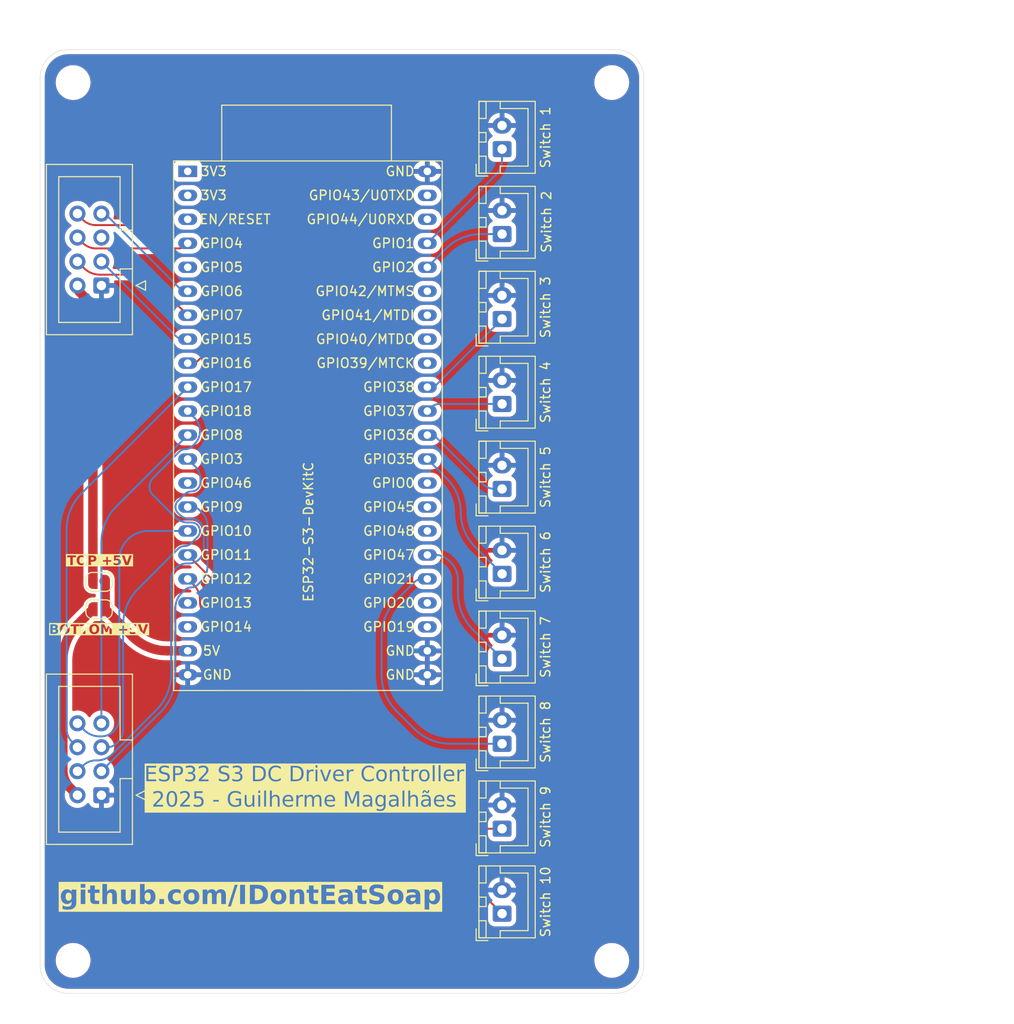
<source format=kicad_pcb>
(kicad_pcb (version 20240108) (generator "pcbnew") (generator_version "8.0")
  (layers (0 "F.Cu" signal) (31 "B.Cu" signal) (34 "B.Paste" user) (35 "F.Paste" user) (36 "B.SilkS" user "B.Silkscreen") (37 "F.SilkS" user "F.Silkscreen") (38 "B.Mask" user) (39 "F.Mask" user) (44 "Edge.Cuts" user))
  (net 0 "")
  (net 1 "GND")
  (net 2 "+5V")
  (net 3 "Controller 1 +5v")
  (net 4 "Controller 2 +5v")
  (net 5 "Switch 1")
  (net 6 "Switch 2")
  (net 7 "Switch 3")
  (net 8 "Controller 1 a")
  (net 9 "Controller 1 b")
  (net 10 "Controller 1 A")
  (net 11 "Controller 1 B")
  (net 12 "Controller 1 B PWM")
  (net 13 "Controller 1 A PWM")
  (net 14 "Controller 2 A PWM")
  (net 15 "Controller 2 B PWM")
  (net 16 "Controller 2 b")
  (net 17 "Controller 2 a")
  (net 18 "Controller 2 A")
  (net 19 "Controller 2 B")
  (net 20 "Switch 8")
  (net 21 "Switch 4")
  (net 22 "Switch 10")
  (net 23 "Switch 7")
  (net 24 "Switch 9")
  (net 25 "Switch 6")
  (net 26 "Switch 5")
  (net 27 "RGB LED")
  (net 40 "Net-(U1-3V3-Pad1)")
  (footprint "Connector_JST:JST_XH_B2B-XH-A_1x02_P2.50mm_Vertical" (layer "F.Cu") (at 98.975 114.55 90)
    (property "Reference" "J7" (hide yes))
    (property "Value" "Switch 7" (at 1.25 4.6 90) (layer "F.SilkS"))
    (pad "1" thru_hole roundrect (at 0 0 90) (size 1.7 2) (drill 1) (layers "*.Cu" "*.Mask") (roundrect_rratio 0.147059) (net 23 "Switch 7"))
    (pad "2" thru_hole oval (at 2.5 0 90) (size 1.7 2) (drill 1) (layers "*.Cu" "*.Mask") (net 1 "GND"))
  )
  (footprint "Connector_JST:JST_XH_B2B-XH-A_1x02_P2.50mm_Vertical" (layer "F.Cu") (at 98.975 60.55 90)
    (property "Reference" "J1" (hide yes))
    (property "Value" "Switch 1" (at 1.25 4.6 90) (layer "F.SilkS"))
    (pad "1" thru_hole roundrect (at 0 0 90) (size 1.7 2) (drill 1) (layers "*.Cu" "*.Mask") (roundrect_rratio 0.147059) (net 5 "Switch 1"))
    (pad "2" thru_hole oval (at 2.5 0 90) (size 1.7 2) (drill 1) (layers "*.Cu" "*.Mask") (net 1 "GND"))
  )
  (footprint "Connector_JST:JST_XH_B2B-XH-A_1x02_P2.50mm_Vertical" (layer "F.Cu") (at 98.975 87.55 90)
    (property "Reference" "J4" (hide yes))
    (property "Value" "Switch 4" (at 1.25 4.6 90) (layer "F.SilkS"))
    (pad "1" thru_hole roundrect (at 0 0 90) (size 1.7 2) (drill 1) (layers "*.Cu" "*.Mask") (roundrect_rratio 0.147059) (net 21 "Switch 4"))
    (pad "2" thru_hole oval (at 2.5 0 90) (size 1.7 2) (drill 1) (layers "*.Cu" "*.Mask") (net 1 "GND"))
  )
  (footprint "MountingHole:MountingHole_3.2mm_M3" (layer "F.Cu") (at 53.5 53.5)
    (property "Reference" "h1" (hide yes))
    (property "Value" "MountingHole_3.2mm_M3" (hide yes))
    (pad "" np_thru_hole circle (at 0 0) (size 3.2 3.2) (drill 3.2) (layers "*.Cu" "*.Mask"))
  )
  (footprint "Connector_JST:JST_XH_B2B-XH-A_1x02_P2.50mm_Vertical" (layer "F.Cu") (at 98.975 96.55 90)
    (property "Reference" "J5" (hide yes))
    (property "Value" "Switch 5" (at 1.25 4.6 90) (layer "F.SilkS"))
    (pad "1" thru_hole roundrect (at 0 0 90) (size 1.7 2) (drill 1) (layers "*.Cu" "*.Mask") (roundrect_rratio 0.147059) (net 26 "Switch 5"))
    (pad "2" thru_hole oval (at 2.5 0 90) (size 1.7 2) (drill 1) (layers "*.Cu" "*.Mask") (net 1 "GND"))
  )
  (footprint "Connector_JST:JST_XH_B2B-XH-A_1x02_P2.50mm_Vertical" (layer "F.Cu") (at 98.975 132.55 90)
    (property "Reference" "J9" (hide yes))
    (property "Value" "Switch 9" (at 1.25 4.6 90) (layer "F.SilkS"))
    (pad "1" thru_hole roundrect (at 0 0 90) (size 1.7 2) (drill 1) (layers "*.Cu" "*.Mask") (roundrect_rratio 0.147059) (net 24 "Switch 9"))
    (pad "2" thru_hole oval (at 2.5 0 90) (size 1.7 2) (drill 1) (layers "*.Cu" "*.Mask") (net 1 "GND"))
  )
  (footprint "Connector_JST:JST_XH_B2B-XH-A_1x02_P2.50mm_Vertical" (layer "F.Cu") (at 98.975 123.55 90)
    (property "Reference" "J8" (hide yes))
    (property "Value" "Switch 8" (at 1.25 4.6 90) (layer "F.SilkS"))
    (pad "1" thru_hole roundrect (at 0 0 90) (size 1.7 2) (drill 1) (layers "*.Cu" "*.Mask") (roundrect_rratio 0.147059) (net 20 "Switch 8"))
    (pad "2" thru_hole oval (at 2.5 0 90) (size 1.7 2) (drill 1) (layers "*.Cu" "*.Mask") (net 1 "GND"))
  )
  (footprint "Jumper:SolderJumper-2_P1.3mm_Open_RoundedPad1.0x1.5mm" (layer "F.Cu") (at 56.25 109.3)
    (property "Reference" "JP3" (hide yes))
    (property "Value" "Use Controller 2 +5v" (hide yes))
    (pad "1" smd custom (at -0.65 0) (size 1 0.5) (layers "F.Cu" "F.Mask") (net 4 "Controller 2 +5v") (options (clearance outline) (anchor rect)) (primitives (gr_circle (center 0 0.25) (end 0.5 0.25) (width 0) (fill yes)) (gr_circle (center 0 -0.25) (end 0.5 -0.25) (width 0) (fill yes)) (gr_poly (pts (xy 0.5 0.75) (xy 0 0.75) (xy 0 -0.75) (xy 0.5 -0.75)) (width 0) (fill yes))))
    (pad "2" smd custom (at 0.65 0) (size 1 0.5) (layers "F.Cu" "F.Mask") (net 2 "+5V") (options (clearance outline) (anchor rect)) (primitives (gr_circle (center 0 0.25) (end 0.5 0.25) (width 0) (fill yes)) (gr_circle (center 0 -0.25) (end 0.5 -0.25) (width 0) (fill yes)) (gr_poly (pts (xy 0 0.75) (xy -0.5 0.75) (xy -0.5 -0.75) (xy 0 -0.75)) (width 0) (fill yes))))
  )
  (footprint "Connector_JST:JST_XH_B2B-XH-A_1x02_P2.50mm_Vertical" (layer "F.Cu") (at 98.975 78.55 90)
    (property "Reference" "J3" (hide yes))
    (property "Value" "Switch 3" (at 1.25 4.6 90) (layer "F.SilkS"))
    (pad "1" thru_hole roundrect (at 0 0 90) (size 1.7 2) (drill 1) (layers "*.Cu" "*.Mask") (roundrect_rratio 0.147059) (net 7 "Switch 3"))
    (pad "2" thru_hole oval (at 2.5 0 90) (size 1.7 2) (drill 1) (layers "*.Cu" "*.Mask") (net 1 "GND"))
  )
  (footprint "MountingHole:MountingHole_3.2mm_M3" (layer "F.Cu") (at 110.6 53.5)
    (property "Reference" "h2" (hide yes))
    (property "Value" "MountingHole_3.2mm_M3" (hide yes))
    (pad "" np_thru_hole circle (at 0 0) (size 3.2 3.2) (drill 3.2) (layers "*.Cu" "*.Mask"))
  )
  (footprint "Connector_IDC:IDC-Header_2x04_P2.54mm_Vertical" (layer "F.Cu") (at 56.5 75 180)
    (property "Reference" "J21" (hide yes))
    (property "Value" "Controller 1 Connector" (hide yes))
    (pad "1" thru_hole roundrect (at 0 0 180) (size 1.7 1.7) (drill 1) (layers "*.Cu" "*.Mask") (roundrect_rratio 0.147059) (net 1 "GND"))
    (pad "2" thru_hole circle (at 2.54 0 180) (size 1.7 1.7) (drill 1) (layers "*.Cu" "*.Mask") (net 3 "Controller 1 +5v"))
    (pad "3" thru_hole circle (at 0 2.54 180) (size 1.7 1.7) (drill 1) (layers "*.Cu" "*.Mask") (net 9 "Controller 1 b"))
    (pad "4" thru_hole circle (at 2.54 2.54 180) (size 1.7 1.7) (drill 1) (layers "*.Cu" "*.Mask") (net 11 "Controller 1 B"))
    (pad "5" thru_hole circle (at 0 5.08 180) (size 1.7 1.7) (drill 1) (layers "*.Cu" "*.Mask") (net 8 "Controller 1 a"))
    (pad "6" thru_hole circle (at 2.54 5.08 180) (size 1.7 1.7) (drill 1) (layers "*.Cu" "*.Mask") (net 10 "Controller 1 A"))
    (pad "7" thru_hole circle (at 0 7.62 180) (size 1.7 1.7) (drill 1) (layers "*.Cu" "*.Mask") (net 13 "Controller 1 A PWM"))
    (pad "8" thru_hole circle (at 2.54 7.62 180) (size 1.7 1.7) (drill 1) (layers "*.Cu" "*.Mask") (net 12 "Controller 1 B PWM"))
  )
  (footprint "Connector_IDC:IDC-Header_2x04_P2.54mm_Vertical" (layer "F.Cu") (at 56.5 129 180)
    (property "Reference" "J22" (hide yes))
    (property "Value" "Controller 2 Connector" (hide yes))
    (pad "1" thru_hole roundrect (at 0 0 180) (size 1.7 1.7) (drill 1) (layers "*.Cu" "*.Mask") (roundrect_rratio 0.147059) (net 1 "GND"))
    (pad "2" thru_hole circle (at 2.54 0 180) (size 1.7 1.7) (drill 1) (layers "*.Cu" "*.Mask") (net 4 "Controller 2 +5v"))
    (pad "3" thru_hole circle (at 0 2.54 180) (size 1.7 1.7) (drill 1) (layers "*.Cu" "*.Mask") (net 16 "Controller 2 b"))
    (pad "4" thru_hole circle (at 2.54 2.54 180) (size 1.7 1.7) (drill 1) (layers "*.Cu" "*.Mask") (net 19 "Controller 2 B"))
    (pad "5" thru_hole circle (at 0 5.08 180) (size 1.7 1.7) (drill 1) (layers "*.Cu" "*.Mask") (net 17 "Controller 2 a"))
    (pad "6" thru_hole circle (at 2.54 5.08 180) (size 1.7 1.7) (drill 1) (layers "*.Cu" "*.Mask") (net 18 "Controller 2 A"))
    (pad "7" thru_hole circle (at 0 7.62 180) (size 1.7 1.7) (drill 1) (layers "*.Cu" "*.Mask") (net 14 "Controller 2 A PWM"))
    (pad "8" thru_hole circle (at 2.54 7.62 180) (size 1.7 1.7) (drill 1) (layers "*.Cu" "*.Mask") (net 15 "Controller 2 B PWM"))
  )
  (footprint "Explorer:ESP32-S3-DevKitC AliExpress" (layer "F.Cu") (at 65.65 62.90474)
    (property "Reference" "U1" (hide yes))
    (property "Value" "ESP32-S3-DevKitC" (at 12.8 38.2 90) (layer "F.SilkS"))
    (fp_text user "GPIO47" (at 24.13 40.64 0) (layer "F.SilkS") (effects (justify right)))
    (fp_text user "GPIO14" (at 1.27 48.26 0) (layer "F.SilkS") (effects (justify left)))
    (fp_text user "GPIO10" (at 1.27 38.1 0) (layer "F.SilkS") (effects (justify left)))
    (fp_text user "GPIO0" (at 24.13 33.02 0) (layer "F.SilkS") (effects (justify right)))
    (fp_text user "3V3" (at 1.27 0 0) (layer "F.SilkS") (effects (justify left)))
    (fp_text user "GND" (at 1.52032 53.33728 0) (layer "F.SilkS") (effects (justify left)))
    (fp_text user "GPIO48" (at 24.13 38.1 0) (layer "F.SilkS") (effects (justify right)))
    (fp_text user "GPIO11" (at 1.27 40.64 0) (layer "F.SilkS") (effects (justify left)))
    (fp_text user "GPIO9" (at 1.27 35.56 0) (layer "F.SilkS") (effects (justify left)))
    (fp_text user "GPIO36" (at 24.13 27.94 0) (layer "F.SilkS") (effects (justify right)))
    (fp_text user "GPIO1" (at 24.13 7.62 0) (layer "F.SilkS") (effects (justify right)))
    (fp_text user "GPIO18" (at 1.27 25.4 0) (layer "F.SilkS") (effects (justify left)))
    (fp_text user "GND" (at 24.13 0 0) (layer "F.SilkS") (effects (justify right)))
    (fp_text user "GPIO5" (at 1.27 10.16 0) (layer "F.SilkS") (effects (justify left)))
    (fp_text user "GPIO42/MTMS" (at 24.13 12.7 0) (layer "F.SilkS") (effects (justify right)))
    (fp_text user "GPIO39/MTCK" (at 24.13 20.32 0) (layer "F.SilkS") (effects (justify right)))
    (fp_text user "GPIO7" (at 1.27 15.24 0) (layer "F.SilkS") (effects (justify left)))
    (fp_text user "GPIO6" (at 1.27 12.7 0) (layer "F.SilkS") (effects (justify left)))
    (fp_text user "GPIO40/MTDO" (at 24.13 17.78 0) (layer "F.SilkS") (effects (justify right)))
    (fp_text user "GPIO16" (at 1.27 20.32 0) (layer "F.SilkS") (effects (justify left)))
    (fp_text user "GPIO20" (at 24.13 45.72 0) (layer "F.SilkS") (effects (justify right)))
    (fp_text user "GPIO37" (at 24.13 25.4 0) (layer "F.SilkS") (effects (justify right)))
    (fp_text user "GPIO19" (at 24.13 48.26 0) (layer "F.SilkS") (effects (justify right)))
    (fp_text user "GPIO38" (at 24.13 22.86 0) (layer "F.SilkS") (effects (justify right)))
    (fp_text user "GPIO8" (at 1.27 27.94 0) (layer "F.SilkS") (effects (justify left)))
    (fp_text user "GPIO4" (at 1.27 7.62 0) (layer "F.SilkS") (effects (justify left)))
    (fp_text user "GPIO17" (at 1.27 22.86 0) (layer "F.SilkS") (effects (justify left)))
    (fp_text user "GND" (at 24.13 53.34 0) (layer "F.SilkS") (effects (justify right)))
    (fp_text user "GPIO35" (at 24.13 30.48 0) (layer "F.SilkS") (effects (justify right)))
    (fp_text user "EN/RESET" (at 8.88632 5.07728 0) (layer "F.SilkS") (effects (justify right)))
    (fp_text user "GPIO43/U0TXD" (at 24.13 2.54 0) (layer "F.SilkS") (effects (justify right)))
    (fp_text user "GPIO21" (at 24.13 43.18 0) (layer "F.SilkS") (effects (justify right)))
    (fp_text user "GPIO13" (at 1.27 45.72 0) (layer "F.SilkS") (effects (justify left)))
    (fp_text user "GPIO2" (at 24.13 10.16 0) (layer "F.SilkS") (effects (justify right)))
    (fp_text user "GPIO3" (at 1.27 30.48 0) (layer "F.SilkS") (effects (justify left)))
    (fp_text user "GPIO45" (at 24.13 35.56 0) (layer "F.SilkS") (effects (justify right)))
    (fp_text user "GPIO41/MTDI" (at 24.13 15.24 0) (layer "F.SilkS") (effects (justify right)))
    (fp_text user "3V3" (at 1.27 2.54 0) (layer "F.SilkS") (effects (justify left)))
    (fp_text user "GPIO46" (at 1.27 33.02 0) (layer "F.SilkS") (effects (justify left)))
    (fp_text user "GPIO15" (at 1.27 17.78 0) (layer "F.SilkS") (effects (justify left)))
    (fp_text user "5V" (at 1.52032 50.79728 0) (layer "F.SilkS") (effects (justify left)))
    (fp_text user "GPIO44/U0RXD" (at 24.13 5.08 0) (layer "F.SilkS") (effects (justify right)))
    (fp_text user "GND" (at 24.13 50.8 0) (layer "F.SilkS") (effects (justify right)))
    (fp_text user "GPIO12" (at 1.27 43.18 0) (layer "F.SilkS") (effects (justify left)))
    (pad "1" thru_hole rect (at 0 0 270) (size 1.2 2) (drill 0.8) (layers "*.Cu" "*.Mask") (net 40 "Net-(U1-3V3-Pad1)"))
    (pad "2" thru_hole oval (at 0 2.54 270) (size 1.2 2) (drill 0.8) (layers "*.Cu" "*.Mask") (net 40 "Net-(U1-3V3-Pad1)"))
    (pad "3" thru_hole oval (at 0 5.08 270) (size 1.2 2) (drill 0.8) (layers "*.Cu" "*.Mask"))
    (pad "4" thru_hole oval (at 0 7.62 270) (size 1.2 2) (drill 0.8) (layers "*.Cu" "*.Mask") (net 10 "Controller 1 A"))
    (pad "5" thru_hole oval (at 0 10.16 270) (size 1.2 2) (drill 0.8) (layers "*.Cu" "*.Mask") (net 8 "Controller 1 a"))
    (pad "6" thru_hole oval (at 0 12.7 270) (size 1.2 2) (drill 0.8) (layers "*.Cu" "*.Mask") (net 13 "Controller 1 A PWM"))
    (pad "7" thru_hole oval (at 0 15.24 270) (size 1.2 2) (drill 0.8) (layers "*.Cu" "*.Mask") (net 11 "Controller 1 B"))
    (pad "8" thru_hole oval (at 0 17.78 270) (size 1.2 2) (drill 0.8) (layers "*.Cu" "*.Mask") (net 9 "Controller 1 b"))
    (pad "9" thru_hole oval (at 0 20.32 270) (size 1.2 2) (drill 0.8) (layers "*.Cu" "*.Mask") (net 12 "Controller 1 B PWM"))
    (pad "10" thru_hole oval (at 0 22.86 270) (size 1.2 2) (drill 0.8) (layers "*.Cu" "*.Mask") (net 18 "Controller 2 A"))
    (pad "11" thru_hole oval (at 0 25.4 270) (size 1.2 2) (drill 0.8) (layers "*.Cu" "*.Mask") (net 17 "Controller 2 a"))
    (pad "12" thru_hole oval (at 0 27.94 270) (size 1.2 2) (drill 0.8) (layers "*.Cu" "*.Mask") (net 14 "Controller 2 A PWM"))
    (pad "13" thru_hole oval (at 0 30.48 270) (size 1.2 2) (drill 0.8) (layers "*.Cu" "*.Mask") (net 19 "Controller 2 B"))
    (pad "14" thru_hole oval (at 0 33.02 270) (size 1.2 2) (drill 0.8) (layers "*.Cu" "*.Mask"))
    (pad "15" thru_hole oval (at 0 35.56 270) (size 1.2 2) (drill 0.8) (layers "*.Cu" "*.Mask") (net 16 "Controller 2 b"))
    (pad "16" thru_hole oval (at 0 38.1 270) (size 1.2 2) (drill 0.8) (layers "*.Cu" "*.Mask") (net 15 "Controller 2 B PWM"))
    (pad "17" thru_hole oval (at 0 40.64 270) (size 1.2 2) (drill 0.8) (layers "*.Cu" "*.Mask") (net 24 "Switch 9"))
    (pad "18" thru_hole oval (at 0 43.18 270) (size 1.2 2) (drill 0.8) (layers "*.Cu" "*.Mask") (net 22 "Switch 10"))
    (pad "19" thru_hole oval (at 0 45.72 270) (size 1.2 2) (drill 0.8) (layers "*.Cu" "*.Mask"))
    (pad "20" thru_hole oval (at -0.00368 48.25728 270) (size 1.2 2) (drill 0.8) (layers "*.Cu" "*.Mask"))
    (pad "21" thru_hole oval (at -0.00368 50.79728 270) (size 1.2 2) (drill 0.8) (layers "*.Cu" "*.Mask") (net 2 "+5V"))
    (pad "22" thru_hole oval (at -0.00368 53.33728 270) (size 1.2 2) (drill 0.8) (layers "*.Cu" "*.Mask") (net 1 "GND"))
    (pad "23" thru_hole oval (at 25.4 53.34 270) (size 1.2 2) (drill 0.8) (layers "*.Cu" "*.Mask") (net 1 "GND"))
    (pad "24" thru_hole oval (at 25.4 50.8 270) (size 1.2 2) (drill 0.8) (layers "*.Cu" "*.Mask") (net 1 "GND"))
    (pad "25" thru_hole oval (at 25.4 48.26 270) (size 1.2 2) (drill 0.8) (layers "*.Cu" "*.Mask"))
    (pad "26" thru_hole oval (at 25.4 45.72 270) (size 1.2 2) (drill 0.8) (layers "*.Cu" "*.Mask"))
    (pad "27" thru_hole oval (at 25.4 43.18 270) (size 1.2 2) (drill 0.8) (layers "*.Cu" "*.Mask") (net 20 "Switch 8"))
    (pad "28" thru_hole oval (at 25.4 40.64 270) (size 1.2 2) (drill 0.8) (layers "*.Cu" "*.Mask") (net 23 "Switch 7"))
    (pad "29" thru_hole oval (at 25.4 38.1 270) (size 1.2 2) (drill 0.8) (layers "*.Cu" "*.Mask") (net 27 "RGB LED"))
    (pad "30" thru_hole oval (at 25.4 35.56 270) (size 1.2 2) (drill 0.8) (layers "*.Cu" "*.Mask"))
    (pad "31" thru_hole oval (at 25.4 33.02 270) (size 1.2 2) (drill 0.8) (layers "*.Cu" "*.Mask"))
    (pad "32" thru_hole oval (at 25.4 30.48 270) (size 1.2 2) (drill 0.8) (layers "*.Cu" "*.Mask") (net 25 "Switch 6"))
    (pad "33" thru_hole oval (at 25.4 27.94 270) (size 1.2 2) (drill 0.8) (layers "*.Cu" "*.Mask") (net 26 "Switch 5"))
    (pad "34" thru_hole oval (at 25.4 25.4 270) (size 1.2 2) (drill 0.8) (layers "*.Cu" "*.Mask") (net 21 "Switch 4"))
    (pad "35" thru_hole oval (at 25.4 22.86 270) (size 1.2 2) (drill 0.8) (layers "*.Cu" "*.Mask") (net 7 "Switch 3"))
    (pad "36" thru_hole oval (at 25.4 20.32 270) (size 1.2 2) (drill 0.8) (layers "*.Cu" "*.Mask"))
    (pad "37" thru_hole oval (at 25.4 17.78 270) (size 1.2 2) (drill 0.8) (layers "*.Cu" "*.Mask"))
    (pad "38" thru_hole oval (at 25.4 15.24 270) (size 1.2 2) (drill 0.8) (layers "*.Cu" "*.Mask"))
    (pad "39" thru_hole oval (at 25.4 12.7 270) (size 1.2 2) (drill 0.8) (layers "*.Cu" "*.Mask"))
    (pad "40" thru_hole oval (at 25.4 10.16 270) (size 1.2 2) (drill 0.8) (layers "*.Cu" "*.Mask") (net 6 "Switch 2"))
    (pad "41" thru_hole oval (at 25.4 7.62 270) (size 1.2 2) (drill 0.8) (layers "*.Cu" "*.Mask") (net 5 "Switch 1"))
    (pad "42" thru_hole oval (at 25.4 5.08 270) (size 1.2 2) (drill 0.8) (layers "*.Cu" "*.Mask"))
    (pad "43" thru_hole oval (at 25.4 2.54 270) (size 1.2 2) (drill 0.8) (layers "*.Cu" "*.Mask"))
    (pad "44" thru_hole oval (at 25.4 0 270) (size 1.2 2) (drill 0.8) (layers "*.Cu" "*.Mask") (net 1 "GND"))
  )
  (footprint "MountingHole:MountingHole_3.2mm_M3" (layer "F.Cu") (at 110.6 146.5)
    (property "Reference" "h4" (hide yes))
    (property "Value" "MountingHole_3.2mm_M3" (hide yes))
    (pad "" np_thru_hole circle (at 0 0) (size 3.2 3.2) (drill 3.2) (layers "*.Cu" "*.Mask"))
  )
  (footprint "Connector_JST:JST_XH_B2B-XH-A_1x02_P2.50mm_Vertical" (layer "F.Cu") (at 98.975 69.55 90)
    (property "Reference" "J2" (hide yes))
    (property "Value" "Switch 2" (at 1.3 4.7 90) (layer "F.SilkS"))
    (pad "1" thru_hole roundrect (at 0 0 90) (size 1.7 2) (drill 1) (layers "*.Cu" "*.Mask") (roundrect_rratio 0.147059) (net 6 "Switch 2"))
    (pad "2" thru_hole oval (at 2.5 0 90) (size 1.7 2) (drill 1) (layers "*.Cu" "*.Mask") (net 1 "GND"))
  )
  (footprint "MountingHole:MountingHole_3.2mm_M3" (layer "F.Cu") (at 53.5 146.5)
    (property "Reference" "h3" (hide yes))
    (property "Value" "MountingHole_3.2mm_M3" (hide yes))
    (pad "" np_thru_hole circle (at 0 0) (size 3.2 3.2) (drill 3.2) (layers "*.Cu" "*.Mask"))
  )
  (footprint "Connector_JST:JST_XH_B2B-XH-A_1x02_P2.50mm_Vertical" (layer "F.Cu") (at 98.975 141.55 90)
    (property "Reference" "J10" (hide yes))
    (property "Value" "Switch 10" (at 1.25 4.6 90) (layer "F.SilkS"))
    (pad "1" thru_hole roundrect (at 0 0 90) (size 1.7 2) (drill 1) (layers "*.Cu" "*.Mask") (roundrect_rratio 0.147059) (net 22 "Switch 10"))
    (pad "2" thru_hole oval (at 2.5 0 90) (size 1.7 2) (drill 1) (layers "*.Cu" "*.Mask") (net 1 "GND"))
  )
  (footprint "Connector_JST:JST_XH_B2B-XH-A_1x02_P2.50mm_Vertical" (layer "F.Cu") (at 98.975 105.55 90)
    (property "Reference" "J6" (hide yes))
    (property "Value" "Switch 6" (at 1.25 4.6 90) (layer "F.SilkS"))
    (pad "1" thru_hole roundrect (at 0 0 90) (size 1.7 2) (drill 1) (layers "*.Cu" "*.Mask") (roundrect_rratio 0.147059) (net 25 "Switch 6"))
    (pad "2" thru_hole oval (at 2.5 0 90) (size 1.7 2) (drill 1) (layers "*.Cu" "*.Mask") (net 1 "GND"))
  )
  (footprint "Jumper:SolderJumper-2_P1.3mm_Open_RoundedPad1.0x1.5mm" (layer "F.Cu") (at 56.25 106.4)
    (property "Reference" "JP2" (hide yes))
    (property "Value" "Use Controller 1 +5v" (hide yes))
    (pad "1" smd custom (at -0.65 0) (size 1 0.5) (layers "F.Cu" "F.Mask") (net 3 "Controller 1 +5v") (options (clearance outline) (anchor rect)) (primitives (gr_circle (center 0 0.25) (end 0.5 0.25) (width 0) (fill yes)) (gr_circle (center 0 -0.25) (end 0.5 -0.25) (width 0) (fill yes)) (gr_poly (pts (xy 0.5 0.75) (xy 0 0.75) (xy 0 -0.75) (xy 0.5 -0.75)) (width 0) (fill yes))))
    (pad "2" smd custom (at 0.65 0) (size 1 0.5) (layers "F.Cu" "F.Mask") (net 2 "+5V") (options (clearance outline) (anchor rect)) (primitives (gr_circle (center 0 0.25) (end 0.5 0.25) (width 0) (fill yes)) (gr_circle (center 0 -0.25) (end 0.5 -0.25) (width 0) (fill yes)) (gr_poly (pts (xy 0 0.75) (xy -0.5 0.75) (xy -0.5 -0.75) (xy 0 -0.75)) (width 0) (fill yes))))
  )
  (gr_line (start 53 50) (end 111 50) (stroke (width 0.05)) (layer "Edge.Cuts"))
  (gr_line (start 50 147) (end 50 53) (stroke (width 0.05)) (layer "Edge.Cuts"))
  (gr_line (start 111 150) (end 53 150) (stroke (width 0.05)) (layer "Edge.Cuts"))
  (gr_line (start 114 53) (end 114 147) (stroke (width 0.05)) (layer "Edge.Cuts"))
  (gr_arc (start 114 147) (mid 113.12132 149.12132) (end 111 150) (stroke (width 0.05)) (layer "Edge.Cuts"))
  (gr_arc (start 50 53) (mid 50.87868 50.87868) (end 53 50) (stroke (width 0.05)) (layer "Edge.Cuts"))
  (gr_arc (start 111 50) (mid 113.12132 50.87868) (end 114 53) (stroke (width 0.05)) (layer "Edge.Cuts"))
  (gr_arc (start 53 150) (mid 50.87868 149.12132) (end 50 147) (stroke (width 0.05)) (layer "Edge.Cuts"))
  (gr_text "github.com/IDontEatSoap" (at 72.3 139.7 0) (layer "F.SilkS" knockout) (effects (font (size 2 2) (thickness 0.25) (bold yes))))
  (gr_text "TOP +5V" (at 56.3 104.2 0) (layer "F.SilkS" knockout) (effects (font (size 1 1) (thickness 0.25) (bold yes))))
  (gr_text "ESP32 S3 DC Driver Controller\n2025 - Guilherme Magalhães\n" (at 78 128.2 0) (layer "F.SilkS" knockout) (effects (font (size 1.6 1.6) (thickness 0.1))))
  (gr_text "BOTTOM +5V" (at 56.2 111.5 0) (layer "F.SilkS" knockout) (effects (font (size 1 1) (thickness 0.25) (bold yes))))
  (segment (start 56.9 109.3) (end 56.9 106.453484) (width 1) (layer "F.Cu") (net 2))
  (segment (start 56.813658 106.313658) (end 56.9 106.4) (width 1) (layer "F.Cu") (net 2))
  (segment (start 63.47417 113.70202) (end 65.64632 113.70202) (width 1) (layer "F.Cu") (net 2))
  (segment (start 56.9 109.3) (end 59.766078 112.166078) (width 1) (layer "F.Cu") (net 2))
  (segment (start 56.855045 106.344954) (end 56.813658 106.303567) (width 1) (layer "F.Cu") (net 2))
  (arc (start 56.855045 106.344954) (mid 56.888316 106.394748) (end 56.9 106.453484) (width 1) (layer "F.Cu") (net 2))
  (arc (start 56.810091 106.305045) (mid 56.811018 106.309706) (end 56.813658 106.313658) (width 1) (layer "F.Cu") (net 2))
  (arc (start 59.766078 112.166078) (mid 61.467365 113.302841) (end 63.47417 113.70202) (width 1) (layer "F.Cu") (net 2))
  (arc (start 56.813658 106.303567) (mid 56.81138 106.303114) (end 56.810091 106.305045) (width 1) (layer "F.Cu") (net 2))
  (segment (start 54.78 76.28) (end 54.122634 75.622634) (width 1) (layer "F.Cu") (net 3))
  (segment (start 53.96 75.23) (end 53.96 75) (width 0.2) (layer "F.Cu") (net 3))
  (segment (start 55.6 78.259655) (end 55.6 106.4) (width 1) (layer "F.Cu") (net 3))
  (arc (start 54.78 76.28) (mid 55.386888 77.188273) (end 55.6 78.259655) (width 1) (layer "F.Cu") (net 3))
  (arc (start 53.96 75.23) (mid 54.002267 75.442492) (end 54.122634 75.622634) (width 0.2) (layer "F.Cu") (net 3))
  (segment (start 52.41 114.743963) (end 52.41 126.353984) (width 1) (layer "F.Cu") (net 4))
  (segment (start 54.003792 110.896207) (end 55.6 109.3) (width 1) (layer "F.Cu") (net 4))
  (segment (start 53.185 128.225) (end 53.96 129) (width 1) (layer "F.Cu") (net 4))
  (arc (start 54.003792 110.896207) (mid 52.824213 112.661572) (end 52.41 114.743963) (width 1) (layer "F.Cu") (net 4))
  (arc (start 52.41 126.353984) (mid 52.611415 127.36657) (end 53.185 128.225) (width 1) (layer "F.Cu") (net 4))
  (segment (start 98.250307 63.324432) (end 91.05 70.52474) (width 0.2) (layer "B.Cu") (net 5))
  (segment (start 98.975 61.57487) (end 98.975 60.55) (width 0.2) (layer "B.Cu") (net 5))
  (arc (start 98.975 61.57487) (mid 98.786658 62.521726) (end 98.250307 63.324432) (width 0.2) (layer "B.Cu") (net 5))
  (segment (start 96.76987 69.55) (end 98.975 69.55) (width 0.2) (layer "B.Cu") (net 6))
  (segment (start 93.005477 71.109262) (end 91.05 73.06474) (width 0.2) (layer "B.Cu") (net 6))
  (arc (start 96.76987 69.55) (mid 94.732595 69.955238) (end 93.005477 71.109262) (width 0.2) (layer "B.Cu") (net 6))
  (segment (start 91.40513 85.76474) (end 91.05 85.76474) (width 0.2) (layer "B.Cu") (net 7))
  (segment (start 92.011374 85.513625) (end 98.975 78.55) (width 0.2) (layer "B.Cu") (net 7))
  (arc (start 92.011374 85.513625) (mid 91.733227 85.699477) (end 91.40513 85.76474) (width 0.2) (layer "B.Cu") (net 7))
  (segment (start 64.397611 80.357611) (end 56.5 72.46) (width 0.2) (layer "B.Cu") (net 9))
  (segment (start 65.18737 80.68474) (end 65.65 80.68474) (width 0.2) (layer "B.Cu") (net 9))
  (arc (start 64.397611 80.357611) (mid 64.759955 80.599721) (end 65.18737 80.68474) (width 0.2) (layer "B.Cu") (net 9))
  (segment (start 65.37737 70.79737) (end 65.65 70.52474) (width 0.2) (layer "F.Cu") (net 10))
  (segment (start 54.535 70.495) (end 53.96 69.92) (width 0.2) (layer "F.Cu") (net 10))
  (segment (start 64.719182 71.07) (end 55.923172 71.07) (width 0.2) (layer "F.Cu") (net 10))
  (arc (start 65.37737 70.79737) (mid 65.07539 70.999145) (end 64.719182 71.07) (width 0.2) (layer "F.Cu") (net 10))
  (arc (start 54.535 70.495) (mid 55.171898 70.920562) (end 55.923172 71.07) (width 0.2) (layer "F.Cu") (net 10))
  (segment (start 59.096036 73.85) (end 56.332878 73.85) (width 0.2) (layer "F.Cu") (net 11))
  (segment (start 54.655 73.155) (end 53.96 72.46) (width 0.2) (layer "F.Cu") (net 11))
  (segment (start 65.64288 78.14288) (end 62.943792 75.443792) (width 0.2) (layer "F.Cu") (net 11))
  (segment (start 65.64737 78.14474) (end 65.65 78.14474) (width 0.2) (layer "F.Cu") (net 11))
  (arc (start 62.943792 75.443792) (mid 61.178426 74.264213) (end 59.096036 73.85) (width 0.2) (layer "F.Cu") (net 11))
  (arc (start 54.655 73.155) (mid 55.424817 73.669375) (end 56.332878 73.85) (width 0.2) (layer "F.Cu") (net 11))
  (arc (start 65.64288 78.14288) (mid 65.64494 78.144256) (end 65.64737 78.14474) (width 0.2) (layer "F.Cu") (net 11))
  (segment (start 54.53 68.03) (end 53.988284 67.488284) (width 0.2) (layer "F.Cu") (net 12))
  (segment (start 69.5 78.061185) (end 69.5 71.689949) (width 0.2) (layer "F.Cu") (net 12))
  (segment (start 55.906101 68.6) (end 61.581259 68.6) (width 0.2) (layer "F.Cu") (net 12))
  (segment (start 53.96 67.42) (end 53.96 67.38) (width 0.2) (layer "F.Cu") (net 12))
  (segment (start 66.06263 83.22474) (end 65.65 83.22474) (width 0.2) (layer "F.Cu") (net 12))
  (segment (start 67.11005 69.3) (end 63.271208 69.3) (width 0.2) (layer "F.Cu") (net 12))
  (segment (start 66.767033 82.932966) (end 67.98763 81.71237) (width 0.2) (layer "F.Cu") (net 12))
  (arc (start 68.8 70) (mid 69.318075 70.775355) (end 69.5 71.689949) (width 0.2) (layer "F.Cu") (net 12))
  (arc (start 68.8 70) (mid 68.024644 69.481924) (end 67.11005 69.3) (width 0.2) (layer "F.Cu") (net 12))
  (arc (start 62.426234 68.95) (mid 62.813911 69.209037) (end 63.271208 69.3) (width 0.2) (layer "F.Cu") (net 12))
  (arc (start 54.53 68.03) (mid 55.16136 68.451861) (end 55.906101 68.6) (width 0.2) (layer "F.Cu") (net 12))
  (arc (start 53.96 67.42) (mid 53.96735 67.456955) (end 53.988284 67.488284) (width 0.2) (layer "F.Cu") (net 12))
  (arc (start 62.426234 68.95) (mid 62.038556 68.690962) (end 61.581259 68.6) (width 0.2) (layer "F.Cu") (net 12))
  (arc (start 66.767033 82.932966) (mid 66.44385 83.14891) (end 66.06263 83.22474) (width 0.2) (layer "F.Cu") (net 12))
  (arc (start 69.5 78.061185) (mid 69.106947 80.037192) (end 67.98763 81.71237) (width 0.2) (layer "F.Cu") (net 12))
  (segment (start 54.295147 67.38) (end 53.96 67.38) (width 0.2) (layer "B.Cu") (net 12))
  (segment (start 54.44 67.44) (end 54.5 67.5) (width 0.2) (layer "B.Cu") (net 12))
  (arc (start 54.44 67.44) (mid 54.37354 67.395593) (end 54.295147 67.38) (width 0.2) (layer "B.Cu") (net 12))
  (segment (start 57.01435 67.51435) (end 64.911961 75.411961) (width 0.2) (layer "B.Cu") (net 13))
  (segment (start 56.69 67.38) (end 56.5 67.38) (width 0.2) (layer "B.Cu") (net 13))
  (segment (start 65.37737 75.60474) (end 65.65 75.60474) (width 0.2) (layer "B.Cu") (net 13))
  (arc (start 64.911961 75.411961) (mid 65.125492 75.554638) (end 65.37737 75.60474) (width 0.2) (layer "B.Cu") (net 13))
  (arc (start 57.01435 67.51435) (mid 56.865537 67.414916) (end 56.69 67.38) (width 0.2) (layer "B.Cu") (net 13))
  (segment (start 56.5 102.248703) (end 56.5 121.38) (width 0.2) (layer "B.Cu") (net 14))
  (segment (start 58.093792 98.400947) (end 65.65 90.84474) (width 0.2) (layer "B.Cu") (net 14))
  (arc (start 58.093792 98.400947) (mid 56.914213 100.166312) (end 56.5 102.248703) (width 0.2) (layer "B.Cu") (net 14))
  (segment (start 54.673187 122.093187) (end 53.96 121.38) (width 0.2) (layer "B.Cu") (net 15))
  (segment (start 56.461262 122.77) (end 56.307157 122.77) (width 0.2) (layer "B.Cu") (net 15))
  (segment (start 58.4 104.06944) (end 58.4 120.831262) (width 0.2) (layer "B.Cu") (net 15))
  (segment (start 61.4647 101.00474) (end 65.65 101.00474) (width 0.2) (layer "B.Cu") (net 15))
  (arc (start 58.4 120.831262) (mid 58.252422 121.573185) (end 57.832157 122.202157) (width 0.2) (layer "B.Cu") (net 15))
  (arc (start 54.673187 122.093187) (mid 55.422859 122.594102) (end 56.307157 122.77) (width 0.2) (layer "B.Cu") (net 15))
  (arc (start 61.4647 101.00474) (mid 60.29189 101.238026) (end 59.29763 101.90237) (width 0.2) (layer "B.Cu") (net 15))
  (arc (start 59.29763 101.90237) (mid 58.633286 102.89663) (end 58.4 104.06944) (width 0.2) (layer "B.Cu") (net 15))
  (arc (start 57.832157 122.202157) (mid 57.203185 122.622422) (end 56.461262 122.77) (width 0.2) (layer "B.Cu") (net 15))
  (segment (start 64.980789 107.619209) (end 65.329754 107.270245) (width 0.2) (layer "B.Cu") (net 16))
  (segment (start 62.752527 120.207472) (end 56.5 126.46) (width 0.2) (layer "B.Cu") (net 16))
  (segment (start 66.708297 106.699234) (end 67.086396 106.321136) (width 0.2) (layer "B.Cu") (net 16))
  (segment (start 66.10737 98.46474) (end 65.65 98.46474) (width 0.2) (layer "B.Cu") (net 16))
  (segment (start 64.34632 109.150956) (end 64.34632 116.359716) (width 0.2) (layer "B.Cu") (net 16))
  (segment (start 66.888149 98.788149) (end 67.15737 99.05737) (width 0.2) (layer "B.Cu") (net 16))
  (segment (start 67.75 100.488105) (end 67.75 104.719054) (width 0.2) (layer "B.Cu") (net 16))
  (arc (start 67.75 104.719054) (mid 67.577534 105.586094) (end 67.086396 106.321136) (width 0.2) (layer "B.Cu") (net 16))
  (arc (start 67.15737 99.05737) (mid 67.59598 99.713796) (end 67.75 100.488105) (width 0.2) (layer "B.Cu") (net 16))
  (arc (start 66.888149 98.788149) (mid 66.529924 98.548791) (end 66.10737 98.46474) (width 0.2) (layer "B.Cu") (net 16))
  (arc (start 64.34632 116.359716) (mid 63.932106 118.442106) (end 62.752527 120.207472) (width 0.2) (layer "B.Cu") (net 16))
  (arc (start 66.708297 106.699234) (mid 66.392056 106.910539) (end 66.019026 106.98474) (width 0.2) (layer "B.Cu") (net 16))
  (arc (start 66.019026 106.98474) (mid 65.645994 107.05894) (end 65.329754 107.270245) (width 0.2) (layer "B.Cu") (net 16))
  (arc (start 64.980789 107.619209) (mid 64.511213 108.32198) (end 64.34632 109.150956) (width 0.2) (layer "B.Cu") (net 16))
  (segment (start 57.10104 123.92) (end 56.5 123.92) (width 0.2) (layer "B.Cu") (net 17))
  (segment (start 64.746917 92.615029) (end 61.97674 95.385207) (width 0.2) (layer "B.Cu") (net 17))
  (segment (start 66.012348 102.315182) (end 66.686396 101.641135) (width 0.2) (layer "B.Cu") (net 17))
  (segment (start 66.393659 91.773872) (end 66.122135 92.045396) (width 0.2) (layer "B.Cu") (net 17))
  (segment (start 66.049999 100.10474) (end 65.65 100.10474) (width 0.2) (layer "B.Cu") (net 17))
  (segment (start 66.379791 89.034531) (end 65.65 88.30474) (width 0.2) (layer "B.Cu") (net 17))
  (segment (start 58.12708 123.494999) (end 58.25104 123.37104) (width 0.2) (layer "B.Cu") (net 17))
  (segment (start 64.637131 102.884816) (end 60.393792 107.128155) (width 0.2) (layer "B.Cu") (net 17))
  (segment (start 58.8 110.975911) (end 58.8 122.045735) (width 0.2) (layer "B.Cu") (net 17))
  (segment (start 66.95 90.411136) (end 66.95 90.430747) (width 0.2) (layer "B.Cu") (net 17))
  (segment (start 61.97674 97.204272) (end 64.330761 99.558293) (width 0.2) (layer "B.Cu") (net 17))
  (arc (start 60.393792 107.128155) (mid 59.214213 108.89352) (end 58.8 110.975911) (width 0.2) (layer "B.Cu") (net 17))
  (arc (start 66.379791 89.034531) (mid 66.801807 89.666123) (end 66.95 90.411136) (width 0.2) (layer "B.Cu") (net 17))
  (arc (start 61.97674 95.385207) (mid 61.697911 95.802504) (end 61.6 96.29474) (width 0.2) (layer "B.Cu") (net 17))
  (arc (start 58.12708 123.494999) (mid 57.656329 123.809545) (end 57.10104 123.92) (width 0.2) (layer "B.Cu") (net 17))
  (arc (start 61.6 96.29474) (mid 61.697911 96.786975) (end 61.97674 97.204272) (width 0.2) (layer "B.Cu") (net 17))
  (arc (start 58.8 122.045735) (mid 58.657329 122.762985) (end 58.25104 123.37104) (width 0.2) (layer "B.Cu") (net 17))
  (arc (start 66.686396 100.368344) (mid 66.881491 100.660325) (end 66.95 101.00474) (width 0.2) (layer "B.Cu") (net 17))
  (arc (start 66.95 90.430747) (mid 66.805411 91.157641) (end 66.393659 91.773872) (width 0.2) (layer "B.Cu") (net 17))
  (arc (start 66.122135 92.045396) (mid 65.806658 92.256191) (end 65.434527 92.330213) (width 0.2) (layer "B.Cu") (net 17))
  (arc (start 65.434527 92.330213) (mid 65.062395 92.404234) (end 64.746917 92.615029) (width 0.2) (layer "B.Cu") (net 17))
  (arc (start 66.012348 102.315182) (mid 65.696871 102.525978) (end 65.32474 102.6) (width 0.2) (layer "B.Cu") (net 17))
  (arc (start 66.95 101.00474) (mid 66.881491 101.349154) (end 66.686396 101.641135) (width 0.2) (layer "B.Cu") (net 17))
  (arc (start 64.330761 99.558293) (mid 64.936033 99.962723) (end 65.65 100.10474) (width 0.2) (layer "B.Cu") (net 17))
  (arc (start 65.32474 102.6) (mid 64.952608 102.674021) (end 64.637131 102.884816) (width 0.2) (layer "B.Cu") (net 17))
  (arc (start 66.686396 100.368344) (mid 66.394414 100.173248) (end 66.049999 100.10474) (width 0.2) (layer "B.Cu") (net 17))
  (segment (start 54.403792 97.010947) (end 65.65 85.76474) (width 0.2) (layer "B.Cu") (net 18))
  (segment (start 52.81 121.956827) (end 52.81 100.858703) (width 0.2) (layer "B.Cu") (net 18))
  (segment (start 53.385 123.345) (end 53.96 123.92) (width 0.2) (layer "B.Cu") (net 18))
  (arc (start 52.81 121.956827) (mid 52.959437 122.7081) (end 53.385 123.345) (width 0.2) (layer "B.Cu") (net 18))
  (arc (start 54.403792 97.010947) (mid 53.224213 98.776312) (end 52.81 100.858703) (width 0.2) (layer "B.Cu") (net 18))
  (segment (start 54.535 125.885) (end 53.96 126.46) (width 0.2) (layer "B.Cu") (net 19))
  (segment (start 64.783604 99.271136) (end 64.613603 99.101135) (width 0.2) (layer "B.Cu") (net 19))
  (segment (start 67.35 102.861896) (end 67.35 101.004739) (width 0.2) (layer "B.Cu") (net 19))
  (segment (start 56.05 125.31) (end 55.923172 125.31) (width 0.2) (layer "B.Cu") (net 19))
  (segment (start 66.05 99.70474) (end 65.830416 99.70474) (width 0.2) (layer "B.Cu") (net 19))
  (segment (start 67 95.839384) (end 67 95.491136) (width 0.2) (layer "B.Cu") (net 19))
  (segment (start 66.711395 96.536135) (end 66.707608 96.539923) (width 0.2) (layer "B.Cu") (net 19))
  (segment (start 63.893817 106.123493) (end 63.893817 116.152219) (width 0.2) (layer "B.Cu") (net 19))
  (segment (start 64.613603 97.828344) (end 65.332391 97.109556) (width 0.2) (layer "B.Cu") (net 19))
  (segment (start 62.300024 119.999975) (end 57.65468 124.645319) (width 0.2) (layer "B.Cu") (net 19))
  (segment (start 66.465147 94.199887) (end 65.65 93.38474) (width 0.2) (layer "B.Cu") (net 19))
  (segment (start 65.57257 104.44474) (end 65.767156 104.44474) (width 0.2) (layer "B.Cu") (net 19))
  (arc (start 63.893817 116.152219) (mid 63.479603 118.234609) (end 62.300024 119.999975) (width 0.2) (layer "B.Cu") (net 19))
  (arc (start 64.613603 97.828344) (mid 64.418508 98.120325) (end 64.35 98.46474) (width 0.2) (layer "B.Cu") (net 19))
  (arc (start 64.783604 99.271136) (mid 65.263885 99.592049) (end 65.830416 99.70474) (width 0.2) (layer "B.Cu") (net 19))
  (arc (start 66.02 96.82474) (mid 65.647868 96.898761) (end 65.332391 97.109556) (width 0.2) (layer "B.Cu") (net 19))
  (arc (start 66.886396 103.981136) (mid 66.372884 104.324253) (end 65.767156 104.44474) (width 0.2) (layer "B.Cu") (net 19))
  (arc (start 57.65468 124.645319) (mid 56.918446 125.137255) (end 56.05 125.31) (width 0.2) (layer "B.Cu") (net 19))
  (arc (start 66.465147 94.199887) (mid 66.860996 94.792317) (end 67 95.491136) (width 0.2) (layer "B.Cu") (net 19))
  (arc (start 67.35 102.861896) (mid 67.229513 103.467624) (end 66.886396 103.981136) (width 0.2) (layer "B.Cu") (net 19))
  (arc (start 64.385512 104.936435) (mid 64.021604 105.481062) (end 63.893817 106.123493) (width 0.2) (layer "B.Cu") (net 19))
  (arc (start 65.57257 104.44474) (mid 64.930139 104.572527) (end 64.385512 104.936435) (width 0.2) (layer "B.Cu") (net 19))
  (arc (start 64.35 98.46474) (mid 64.418508 98.809154) (end 64.613603 99.101135) (width 0.2) (layer "B.Cu") (net 19))
  (arc (start 66.969239 100.085501) (mid 66.547488 99.803696) (end 66.05 99.70474) (width 0.2) (layer "B.Cu") (net 19))
  (arc (start 55.923172 125.31) (mid 55.171898 125.459437) (end 54.535 125.885) (width 0.2) (layer "B.Cu") (net 19))
  (arc (start 67 95.839384) (mid 66.924993 96.216463) (end 66.711395 96.536135) (width 0.2) (layer "B.Cu") (net 19))
  (arc (start 66.707608 96.539923) (mid 66.392131 96.750718) (end 66.02 96.82474) (width 0.2) (layer "B.Cu") (net 19))
  (arc (start 66.969239 100.085501) (mid 67.251043 100.507251) (end 67.35 101.004739) (width 0.2) (layer "B.Cu") (net 19))
  (segment (start 93.503963 123.55) (end 98.975 123.55) (width 0.2) (layer "B.Cu") (net 20))
  (segment (start 86.2 112.153963) (end 86.2 116.246036) (width 0.2) (layer "B.Cu") (net 20))
  (segment (start 89.649424 106.450575) (end 87.793792 108.306207) (width 0.2) (layer "B.Cu") (net 20))
  (segment (start 90.53263 106.08474) (end 91.05 106.08474) (width 0.2) (layer "B.Cu") (net 20))
  (segment (start 89.656207 121.956207) (end 87.793792 120.093792) (width 0.2) (layer "B.Cu") (net 20))
  (arc (start 86.2 116.246036) (mid 86.614213 118.328426) (end 87.793792 120.093792) (width 0.2) (layer "B.Cu") (net 20))
  (arc (start 90.53263 106.08474) (mid 90.054642 106.179817) (end 89.649424 106.450575) (width 0.2) (layer "B.Cu") (net 20))
  (arc (start 89.656207 121.956207) (mid 91.421572 123.135786) (end 93.503963 123.55) (width 0.2) (layer "B.Cu") (net 20))
  (arc (start 87.793792 108.306207) (mid 86.614213 110.071572) (end 86.2 112.153963) (width 0.2) (layer "B.Cu") (net 20))
  (segment (start 92.338421 87.55) (end 98.975 87.55) (width 0.2) (layer "B.Cu") (net 21))
  (segment (start 91.42737 87.92737) (end 91.05 88.30474) (width 0.2) (layer "B.Cu") (net 21))
  (arc (start 92.338421 87.55) (mid 91.845363 87.648075) (end 91.42737 87.92737) (width 0.2) (layer "B.Cu") (net 21))
  (segment (start 66.3 106.73474) (end 65.65 106.08474) (width 0.2) (layer "F.Cu") (net 22))
  (segment (start 67.706696 110.281696) (end 98.975 141.55) (width 0.2) (layer "F.Cu") (net 22))
  (segment (start 66.95 108.303978) (end 66.95 108.45487) (width 0.2) (layer "F.Cu") (net 22))
  (arc (start 66.95 108.45487) (mid 67.146658 109.443541) (end 67.706696 110.281696) (width 0.2) (layer "F.Cu") (net 22))
  (arc (start 66.3 106.73474) (mid 66.78107 107.454712) (end 66.95 108.303978) (width 0.2) (layer "F.Cu") (net 22))
  (segment (start 94.3 107.621036) (end 94.3 106.199734) (width 0.2) (layer "B.Cu") (net 23))
  (segment (start 91.89737 103.54474) (end 91.05 103.54474) (width 0.2) (layer "B.Cu") (net 23))
  (segment (start 95.893792 111.468792) (end 98.975 114.55) (width 0.2) (layer "B.Cu") (net 23))
  (segment (start 93.343921 104.143921) (end 93.52237 104.32237) (width 0.2) (layer "B.Cu") (net 23))
  (arc (start 93.52237 104.32237) (mid 94.0979 105.183712) (end 94.3 106.199734) (width 0.2) (layer "B.Cu") (net 23))
  (arc (start 93.343921 104.143921) (mid 92.680237 103.700462) (end 91.89737 103.54474) (width 0.2) (layer "B.Cu") (net 23))
  (arc (start 94.3 107.621036) (mid 94.714213 109.703426) (end 95.893792 111.468792) (width 0.2) (layer "B.Cu") (net 23))
  (segment (start 96.81513 132.55) (end 98.975 132.55) (width 0.2) (layer "F.Cu") (net 24))
  (segment (start 93.128001 131.022741) (end 65.65 103.54474) (width 0.2) (layer "F.Cu") (net 24))
  (arc (start 93.128001 131.022741) (mid 94.81967 132.153078) (end 96.81513 132.55) (width 0.2) (layer "F.Cu") (net 24))
  (segment (start 98.975 132.55) (end 98.65 132.55) (width 0.2) (layer "B.Cu") (net 24))
  (segment (start 93.100841 95.435581) (end 91.05 93.38474) (width 0.2) (layer "B.Cu") (net 25))
  (segment (start 96.099158 102.674158) (end 98.975 105.55) (width 0.2) (layer "B.Cu") (net 25))
  (arc (start 93.100841 95.435581) (mid 94.210381 97.096125) (end 94.6 99.05487) (width 0.2) (layer "B.Cu") (net 25))
  (arc (start 94.6 99.05487) (mid 94.989618 101.013614) (end 96.099158 102.674158) (width 0.2) (layer "B.Cu") (net 25))
  (segment (start 91.990367 91.090367) (end 96.910831 96.010831) (width 0.2) (layer "B.Cu") (net 26))
  (segment (start 91.39737 90.84474) (end 91.05 90.84474) (width 0.2) (layer "B.Cu") (net 26))
  (segment (start 98.2125 96.55) (end 98.975 96.55) (width 0.2) (layer "B.Cu") (net 26))
  (arc (start 91.990367 91.090367) (mid 91.718297 90.908576) (end 91.39737 90.84474) (width 0.2) (layer "B.Cu") (net 26))
  (arc (start 96.910831 96.010831) (mid 97.508041 96.409874) (end 98.2125 96.55) (width 0.2) (layer "B.Cu") (net 26))
  (zone (net 1) (net_name "GND") (layers "F&B.Cu") (connect_pads (clearance 0.5)) (min_thickness 0.25) (fill yes (thermal_gap 0.5) (thermal_bridge_width 0.5))
    (polygon (pts (xy 46.75 44.75) (xy 153.25 44.75) (xy 151.75 153.25) (xy 45.75 153.25)))
  )
)
</source>
